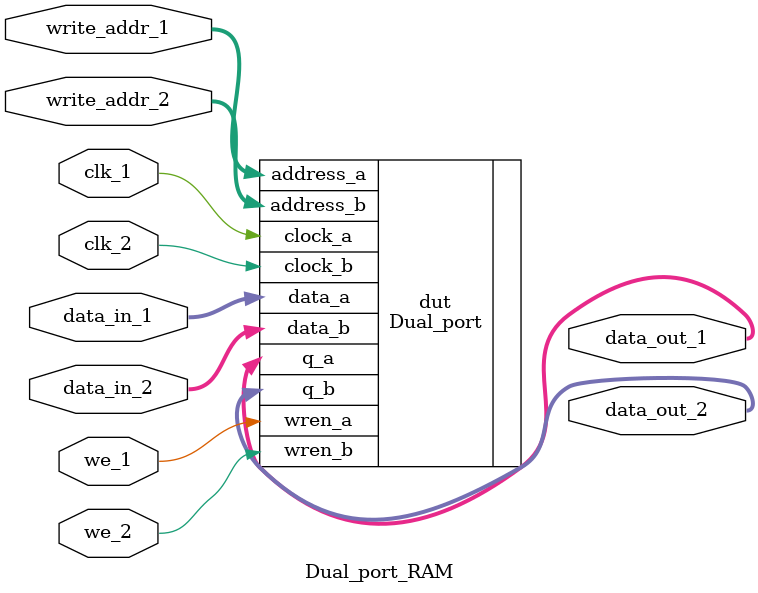
<source format=v>
module Dual_port_RAM

#(
	parameter DATA_WIDTH = 8,
	parameter ADDR_WIDTH = 15
)

(
	input we_1, we_2,
	input clk_1, clk_2,
	input [(DATA_WIDTH-1):0] data_in_1, data_in_2,
	//input [(ADDR_WIDTH-1):0] read_addr_1, read_addr_2,
	input [(ADDR_WIDTH-1):0] write_addr_1, write_addr_2,
	output[(DATA_WIDTH-1):0] data_out_1, data_out_2
);

	Dual_port dut (
		.address_a (write_addr_1),
		.address_b (write_addr_2),
		.clock_a (clk_1),
		.clock_b (clk_2),
		.data_a (data_in_1),
		.data_b (data_in_2),
		.wren_a (we_1),
		.wren_b (we_2),
		.q_a (data_out_1),
		.q_b (data_out_2)
	);
		
endmodule
</source>
